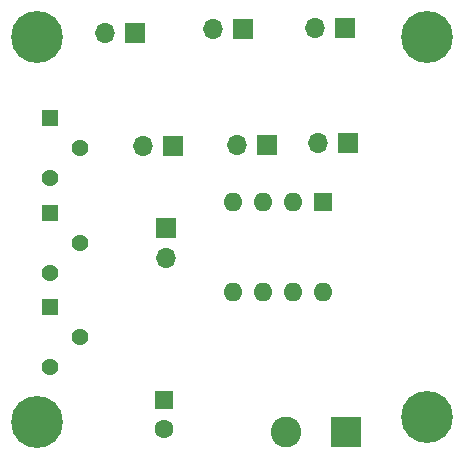
<source format=gbr>
%TF.GenerationSoftware,KiCad,Pcbnew,8.0.5*%
%TF.CreationDate,2024-09-29T15:37:39+05:30*%
%TF.ProjectId,waveform_generator,77617665-666f-4726-9d5f-67656e657261,rev?*%
%TF.SameCoordinates,Original*%
%TF.FileFunction,Soldermask,Bot*%
%TF.FilePolarity,Negative*%
%FSLAX46Y46*%
G04 Gerber Fmt 4.6, Leading zero omitted, Abs format (unit mm)*
G04 Created by KiCad (PCBNEW 8.0.5) date 2024-09-29 15:37:39*
%MOMM*%
%LPD*%
G01*
G04 APERTURE LIST*
G04 Aperture macros list*
%AMRoundRect*
0 Rectangle with rounded corners*
0 $1 Rounding radius*
0 $2 $3 $4 $5 $6 $7 $8 $9 X,Y pos of 4 corners*
0 Add a 4 corners polygon primitive as box body*
4,1,4,$2,$3,$4,$5,$6,$7,$8,$9,$2,$3,0*
0 Add four circle primitives for the rounded corners*
1,1,$1+$1,$2,$3*
1,1,$1+$1,$4,$5*
1,1,$1+$1,$6,$7*
1,1,$1+$1,$8,$9*
0 Add four rect primitives between the rounded corners*
20,1,$1+$1,$2,$3,$4,$5,0*
20,1,$1+$1,$4,$5,$6,$7,0*
20,1,$1+$1,$6,$7,$8,$9,0*
20,1,$1+$1,$8,$9,$2,$3,0*%
G04 Aperture macros list end*
%ADD10R,2.600000X2.600000*%
%ADD11C,2.600000*%
%ADD12C,0.700000*%
%ADD13C,4.400000*%
%ADD14R,1.700000X1.700000*%
%ADD15O,1.700000X1.700000*%
%ADD16RoundRect,0.102000X-0.611000X0.611000X-0.611000X-0.611000X0.611000X-0.611000X0.611000X0.611000X0*%
%ADD17C,1.426000*%
%ADD18R,1.600000X1.600000*%
%ADD19O,1.600000X1.600000*%
%ADD20C,1.600000*%
G04 APERTURE END LIST*
D10*
%TO.C,J4*%
X209500000Y-87000000D03*
D11*
X204420000Y-87000000D03*
%TD*%
D12*
%TO.C,H4*%
X181700000Y-86166726D03*
X182183274Y-85000000D03*
X182183274Y-87333452D03*
X183350000Y-84516726D03*
D13*
X183350000Y-86166726D03*
D12*
X183350000Y-87816726D03*
X184516726Y-85000000D03*
X184516726Y-87333452D03*
X185000000Y-86166726D03*
%TD*%
D14*
%TO.C,JP4*%
X209640000Y-62500000D03*
D15*
X207100000Y-62500000D03*
%TD*%
D14*
%TO.C,J1*%
X191675000Y-53200000D03*
D15*
X189135000Y-53200000D03*
%TD*%
D14*
%TO.C,J2*%
X200800000Y-52900000D03*
D15*
X198260000Y-52900000D03*
%TD*%
D16*
%TO.C,RV4*%
X184460000Y-76460000D03*
D17*
X187000000Y-79000000D03*
X184460000Y-81540000D03*
%TD*%
D18*
%TO.C,U1*%
X207600000Y-67500000D03*
D19*
X205060000Y-67500000D03*
X202520000Y-67500000D03*
X199980000Y-67500000D03*
X199980000Y-75120000D03*
X202520000Y-75120000D03*
X205060000Y-75120000D03*
X207600000Y-75120000D03*
%TD*%
D12*
%TO.C,H2*%
X214683274Y-85766726D03*
X215166548Y-84600000D03*
X215166548Y-86933452D03*
X216333274Y-84116726D03*
D13*
X216333274Y-85766726D03*
D12*
X216333274Y-87416726D03*
X217500000Y-84600000D03*
X217500000Y-86933452D03*
X217983274Y-85766726D03*
%TD*%
D16*
%TO.C,RV2*%
X184460000Y-68460000D03*
D17*
X187000000Y-71000000D03*
X184460000Y-73540000D03*
%TD*%
D14*
%TO.C,JP2*%
X194875000Y-62800000D03*
D15*
X192335000Y-62800000D03*
%TD*%
D16*
%TO.C,RV1*%
X184460000Y-60460000D03*
D17*
X187000000Y-63000000D03*
X184460000Y-65540000D03*
%TD*%
D14*
%TO.C,JP3*%
X202800000Y-62700000D03*
D15*
X200260000Y-62700000D03*
%TD*%
D18*
%TO.C,C7*%
X194100000Y-84294888D03*
D20*
X194100000Y-86794888D03*
%TD*%
D12*
%TO.C,H1*%
X181716726Y-53533274D03*
X182200000Y-52366548D03*
X182200000Y-54700000D03*
X183366726Y-51883274D03*
D13*
X183366726Y-53533274D03*
D12*
X183366726Y-55183274D03*
X184533452Y-52366548D03*
X184533452Y-54700000D03*
X185016726Y-53533274D03*
%TD*%
D14*
%TO.C,JP1*%
X194300000Y-69760000D03*
D15*
X194300000Y-72300000D03*
%TD*%
D14*
%TO.C,J3*%
X209400000Y-52800000D03*
D15*
X206860000Y-52800000D03*
%TD*%
D12*
%TO.C,H3*%
X214700000Y-53600000D03*
X215183274Y-52433274D03*
X215183274Y-54766726D03*
X216350000Y-51950000D03*
D13*
X216350000Y-53600000D03*
D12*
X216350000Y-55250000D03*
X217516726Y-52433274D03*
X217516726Y-54766726D03*
X218000000Y-53600000D03*
%TD*%
M02*

</source>
